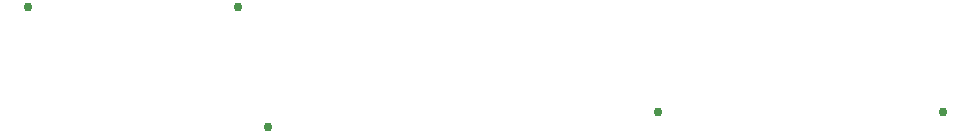
<source format=gbr>
G04 EAGLE Gerber RS-274X export*
G75*
%MOMM*%
%FSLAX34Y34*%
%LPD*%
%INVias*%
%IPPOS*%
%AMOC8*
5,1,8,0,0,1.08239X$1,22.5*%
G01*
%ADD10C,0.756400*%


D10*
X609600Y139700D03*
X76200Y228600D03*
X254000Y228600D03*
X850900Y139700D03*
X279400Y127000D03*
M02*

</source>
